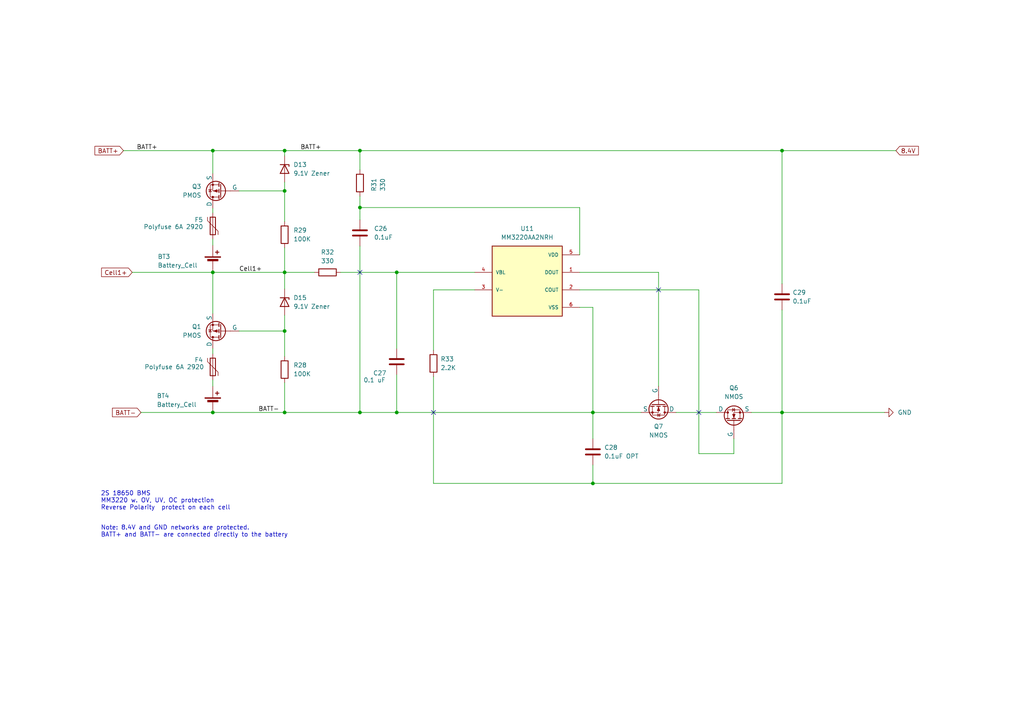
<source format=kicad_sch>
(kicad_sch (version 20230121) (generator eeschema)
  (paper "A4")
  (lib_symbols
    (symbol "Device:Battery_Cell" (pin_numbers hide) (pin_names (offset 0) hide)
      (property "Reference" "BT" (at 2.54 2.54 0))
      (property "Value" "Battery_Cell" (at 2.54 0 0))
      (symbol "Battery_Cell_0_1"
        (rectangle (start -2.286 1.778) (end 2.286 1.524) (fill (type outline)))
        (rectangle (start -1.524 1.016) (end 1.524 0.508) (fill (type outline)))
        (polyline (pts (xy 0 0.762) (xy 0 0)))
        (polyline (pts (xy 0 1.778) (xy 0 2.54)))
        (polyline (pts (xy 0.762 3.048) (xy 1.778 3.048)) (stroke (width 0.254)))
        (polyline (pts (xy 1.27 3.556) (xy 1.27 2.54)) (stroke (width 0.254)))
      )
      (symbol "Battery_Cell_1_1"
        (pin passive line (at 0 5.08 270) (length 2.54) (name "+") (number "1"))
        (pin passive line (at 0 -2.54 90) (length 2.54) (name "-") (number "2"))
      )
    )
    (symbol "Device:C" (pin_numbers hide) (pin_names (offset 0.254))
      (property "Reference" "C" (at 0.635 2.54 0))
      (property "Value" "C" (at 0.635 -2.54 0))
      (symbol "C_0_1"
        (polyline (pts (xy -2.032 -0.762) (xy 2.032 -0.762)) (stroke (width 0.508)))
        (polyline (pts (xy -2.032 0.762) (xy 2.032 0.762)) (stroke (width 0.508)))
      )
      (symbol "C_1_1"
        (pin passive line (at 0 3.81 270) (length 2.794) (name "~") (number "1"))
        (pin passive line (at 0 -3.81 90) (length 2.794) (name "~") (number "2"))
      )
    )
    (symbol "Device:D_Zener" (pin_numbers hide) (pin_names (offset 1.016) hide)
      (property "Reference" "D" (at 0 2.54 0))
      (property "Value" "D_Zener" (at 0 -2.54 0))
      (symbol "D_Zener_0_1"
        (polyline (pts (xy 1.27 0) (xy -1.27 0)))
        (polyline (pts (xy -1.27 -1.27) (xy -1.27 1.27) (xy -0.762 1.27)) (stroke (width 0.254)))
        (polyline (pts (xy 1.27 -1.27) (xy 1.27 1.27) (xy -1.27 0) (xy 1.27 -1.27)) (stroke (width 0.254)))
      )
      (symbol "D_Zener_1_1"
        (pin passive line (at -3.81 0 0) (length 2.54) (name "K") (number "1"))
        (pin passive line (at 3.81 0 180) (length 2.54) (name "A") (number "2"))
      )
    )
    (symbol "Device:Polyfuse" (pin_numbers hide) (pin_names (offset 0))
      (property "Reference" "F" (at -2.54 0 90))
      (property "Value" "Polyfuse" (at 2.54 0 90))
      (symbol "Polyfuse_0_1"
        (rectangle (start -0.762 2.54) (end 0.762 -2.54) (stroke (width 0.254)))
        (polyline (pts (xy 0 2.54) (xy 0 -2.54)))
        (polyline (pts (xy -1.524 2.54) (xy -1.524 1.524) (xy 1.524 -1.524) (xy 1.524 -2.54)))
      )
      (symbol "Polyfuse_1_1"
        (pin passive line (at 0 3.81 270) (length 1.27) (name "~") (number "1"))
        (pin passive line (at 0 -3.81 90) (length 1.27) (name "~") (number "2"))
      )
    )
    (symbol "Device:R" (pin_numbers hide) (pin_names (offset 0))
      (property "Reference" "R" (at 2.032 0 90))
      (property "Value" "R" (at 0 0 90))
      (symbol "R_0_1"
        (rectangle (start -1.016 -2.54) (end 1.016 2.54) (stroke (width 0.254)))
      )
      (symbol "R_1_1"
        (pin passive line (at 0 3.81 270) (length 1.27) (name "~") (number "1"))
        (pin passive line (at 0 -3.81 90) (length 1.27) (name "~") (number "2"))
      )
    )
    (symbol "MM3220AA2NRH:MM3220AA2NRH" (pin_names (offset 1.016))
      (property "Reference" "U" (at -10.16 10.922 0))
      (property "Value" "MM3220AA2NRH" (at -10.16 -12.7 0))
      (symbol "MM3220AA2NRH_0_0"
        (rectangle (start -10.16 -10.16) (end 10.16 10.16) (stroke (width 0.254)) (fill (type background)))
        (pin output line (at 15.24 2.54 180) (length 5.08) (name "DOUT") (number "1"))
        (pin output line (at 15.24 -2.54 180) (length 5.08) (name "COUT") (number "2"))
        (pin input line (at -15.24 -2.54 0) (length 5.08) (name "V-") (number "3"))
        (pin input line (at -15.24 2.54 0) (length 5.08) (name "VBL") (number "4"))
        (pin power_in line (at 15.24 7.62 180) (length 5.08) (name "VDD") (number "5"))
        (pin power_in line (at 15.24 -7.62 180) (length 5.08) (name "VSS") (number "6"))
      )
    )
    (symbol "Simulation_SPICE:NMOS" (pin_numbers hide) (pin_names (offset 0))
      (property "Reference" "Q" (at 5.08 1.27 0))
      (property "Value" "NMOS" (at 5.08 -1.27 0))
      (symbol "NMOS_0_1"
        (polyline (pts (xy 0.254 0) (xy -2.54 0)))
        (polyline (pts (xy 0.254 1.905) (xy 0.254 -1.905)) (stroke (width 0.254)))
        (polyline (pts (xy 0.762 -1.27) (xy 0.762 -2.286)) (stroke (width 0.254)))
        (polyline (pts (xy 0.762 0.508) (xy 0.762 -0.508)) (stroke (width 0.254)))
        (polyline (pts (xy 0.762 2.286) (xy 0.762 1.27)) (stroke (width 0.254)))
        (polyline (pts (xy 2.54 2.54) (xy 2.54 1.778)))
        (polyline (pts (xy 2.54 -2.54) (xy 2.54 0) (xy 0.762 0)))
        (polyline (pts (xy 0.762 -1.778) (xy 3.302 -1.778) (xy 3.302 1.778) (xy 0.762 1.778)))
        (polyline (pts (xy 1.016 0) (xy 2.032 0.381) (xy 2.032 -0.381) (xy 1.016 0)) (fill (type outline)))
        (polyline (pts (xy 2.794 0.508) (xy 2.921 0.381) (xy 3.683 0.381) (xy 3.81 0.254)))
        (polyline (pts (xy 3.302 0.381) (xy 2.921 -0.254) (xy 3.683 -0.254) (xy 3.302 0.381)))
        (circle (center 1.651 0) (radius 2.794) (stroke (width 0.254)))
        (circle (center 2.54 -1.778) (radius 0.254) (fill (type outline)))
        (circle (center 2.54 1.778) (radius 0.254) (fill (type outline)))
      )
      (symbol "NMOS_1_1"
        (pin passive line (at 2.54 5.08 270) (length 2.54) (name "D") (number "1"))
        (pin input line (at -5.08 0 0) (length 2.54) (name "G") (number "2"))
        (pin passive line (at 2.54 -5.08 90) (length 2.54) (name "S") (number "3"))
      )
    )
    (symbol "Simulation_SPICE:PMOS" (pin_numbers hide) (pin_names (offset 0))
      (property "Reference" "Q" (at 5.08 1.27 0))
      (property "Value" "PMOS" (at 5.08 -1.27 0))
      (symbol "PMOS_0_1"
        (polyline (pts (xy 0.254 0) (xy -2.54 0)))
        (polyline (pts (xy 0.254 1.905) (xy 0.254 -1.905)) (stroke (width 0.254)))
        (polyline (pts (xy 0.762 -1.27) (xy 0.762 -2.286)) (stroke (width 0.254)))
        (polyline (pts (xy 0.762 0.508) (xy 0.762 -0.508)) (stroke (width 0.254)))
        (polyline (pts (xy 0.762 2.286) (xy 0.762 1.27)) (stroke (width 0.254)))
        (polyline (pts (xy 2.54 2.54) (xy 2.54 1.778)))
        (polyline (pts (xy 2.54 -2.54) (xy 2.54 0) (xy 0.762 0)))
        (polyline (pts (xy 0.762 1.778) (xy 3.302 1.778) (xy 3.302 -1.778) (xy 0.762 -1.778)))
        (polyline (pts (xy 2.286 0) (xy 1.27 0.381) (xy 1.27 -0.381) (xy 2.286 0)) (fill (type outline)))
        (polyline (pts (xy 2.794 -0.508) (xy 2.921 -0.381) (xy 3.683 -0.381) (xy 3.81 -0.254)))
        (polyline (pts (xy 3.302 -0.381) (xy 2.921 0.254) (xy 3.683 0.254) (xy 3.302 -0.381)))
        (circle (center 1.651 0) (radius 2.794) (stroke (width 0.254)))
        (circle (center 2.54 -1.778) (radius 0.254) (fill (type outline)))
        (circle (center 2.54 1.778) (radius 0.254) (fill (type outline)))
      )
      (symbol "PMOS_1_1"
        (pin passive line (at 2.54 5.08 270) (length 2.54) (name "D") (number "1"))
        (pin input line (at -5.08 0 0) (length 2.54) (name "G") (number "2"))
        (pin passive line (at 2.54 -5.08 90) (length 2.54) (name "S") (number "3"))
      )
    )
    (symbol "power:GND" (power) (pin_names (offset 0))
      (property "Value" "GND" (at 0 -3.81 0))
      (symbol "GND_0_1"
        (polyline (pts (xy 0 0) (xy 0 -1.27) (xy 1.27 -1.27) (xy 0 -2.54) (xy -1.27 -1.27) (xy 0 -1.27)))
      )
      (symbol "GND_1_1"
        (pin power_in line (at 0 0 270) (length 0) hide (name "GND") (number "1"))
      )
    )
  )
  (junction (at 82.55 55.372))
  (junction (at 226.822 119.634))
  (junction (at 115.062 119.634))
  (junction (at 171.958 119.634))
  (junction (at 82.55 43.688))
  (junction (at 61.722 119.634))
  (junction (at 82.55 96.012))
  (junction (at 82.55 119.634))
  (junction (at 171.958 140.208))
  (junction (at 115.062 78.994))
  (junction (at 82.55 78.994))
  (junction (at 104.394 60.198))
  (junction (at 226.822 43.688))
  (junction (at 61.722 43.688))
  (junction (at 104.394 119.634))
  (junction (at 104.394 43.688))
  (junction (at 61.722 78.994))
  (no_connect (at 104.394 78.994))
  (no_connect (at 191.008 84.074))
  (no_connect (at 202.692 119.634))
  (no_connect (at 125.73 119.634))
  (wire (pts (xy 202.692 131.572) (xy 202.692 84.074)))
  (wire (pts (xy 171.958 89.154) (xy 171.958 119.634)))
  (wire (pts (xy 82.55 91.44) (xy 82.55 96.012)))
  (wire (pts (xy 226.822 119.634) (xy 226.822 140.208)))
  (wire (pts (xy 82.55 119.634) (xy 104.394 119.634)))
  (wire (pts (xy 61.722 78.994) (xy 82.55 78.994)))
  (wire (pts (xy 125.73 84.074) (xy 125.73 101.6)))
  (wire (pts (xy 196.088 119.634) (xy 207.772 119.634)))
  (wire (pts (xy 171.958 127.254) (xy 171.958 119.634)))
  (wire (pts (xy 104.394 43.688) (xy 226.822 43.688)))
  (wire (pts (xy 69.342 55.372) (xy 82.55 55.372)))
  (wire (pts (xy 125.73 109.22) (xy 125.73 140.208)))
  (wire (pts (xy 115.062 78.994) (xy 98.806 78.994)))
  (wire (pts (xy 125.73 140.208) (xy 171.958 140.208)))
  (wire (pts (xy 171.958 134.874) (xy 171.958 140.208)))
  (wire (pts (xy 61.722 43.688) (xy 82.55 43.688)))
  (wire (pts (xy 104.394 49.276) (xy 104.394 43.688)))
  (wire (pts (xy 82.55 52.832) (xy 82.55 55.372)))
  (wire (pts (xy 35.814 43.688) (xy 61.722 43.688)))
  (wire (pts (xy 168.148 84.074) (xy 202.692 84.074)))
  (wire (pts (xy 82.55 43.688) (xy 104.394 43.688)))
  (wire (pts (xy 168.148 78.994) (xy 191.008 78.994)))
  (wire (pts (xy 82.55 78.994) (xy 91.186 78.994)))
  (wire (pts (xy 226.822 43.688) (xy 259.842 43.688)))
  (wire (pts (xy 69.342 96.012) (xy 82.55 96.012)))
  (wire (pts (xy 212.852 127.254) (xy 212.852 131.572)))
  (wire (pts (xy 61.722 110.236) (xy 61.722 112.014)))
  (wire (pts (xy 104.394 60.198) (xy 168.148 60.198)))
  (wire (pts (xy 104.394 56.896) (xy 104.394 60.198)))
  (wire (pts (xy 82.55 110.998) (xy 82.55 119.634)))
  (wire (pts (xy 104.394 63.754) (xy 104.394 60.198)))
  (wire (pts (xy 226.822 43.688) (xy 226.822 82.296)))
  (wire (pts (xy 61.722 78.74) (xy 61.722 78.994)))
  (wire (pts (xy 104.394 71.374) (xy 104.394 119.634)))
  (wire (pts (xy 61.722 119.634) (xy 40.894 119.634)))
  (wire (pts (xy 61.722 78.994) (xy 61.722 90.932)))
  (wire (pts (xy 61.722 119.634) (xy 82.55 119.634)))
  (wire (pts (xy 226.822 119.634) (xy 256.54 119.634)))
  (wire (pts (xy 115.062 119.634) (xy 171.958 119.634)))
  (wire (pts (xy 168.148 89.154) (xy 171.958 89.154)))
  (wire (pts (xy 82.55 71.882) (xy 82.55 78.994)))
  (wire (pts (xy 82.55 43.688) (xy 82.55 45.212)))
  (wire (pts (xy 171.958 119.634) (xy 185.928 119.634)))
  (wire (pts (xy 104.394 119.634) (xy 115.062 119.634)))
  (wire (pts (xy 115.062 78.994) (xy 115.062 101.092)))
  (wire (pts (xy 61.722 69.342) (xy 61.722 71.12)))
  (wire (pts (xy 168.148 73.914) (xy 168.148 60.198)))
  (wire (pts (xy 137.668 84.074) (xy 125.73 84.074)))
  (wire (pts (xy 115.062 108.712) (xy 115.062 119.634)))
  (wire (pts (xy 61.722 60.452) (xy 61.722 61.722)))
  (wire (pts (xy 226.822 89.916) (xy 226.822 119.634)))
  (wire (pts (xy 61.722 101.092) (xy 61.722 102.616)))
  (wire (pts (xy 191.008 78.994) (xy 191.008 112.014)))
  (wire (pts (xy 212.852 131.572) (xy 202.692 131.572)))
  (wire (pts (xy 38.354 78.994) (xy 61.722 78.994)))
  (wire (pts (xy 217.932 119.634) (xy 226.822 119.634)))
  (wire (pts (xy 61.722 50.292) (xy 61.722 43.688)))
  (wire (pts (xy 171.958 140.208) (xy 226.822 140.208)))
  (wire (pts (xy 82.55 96.012) (xy 82.55 103.378)))
  (wire (pts (xy 115.062 78.994) (xy 137.668 78.994)))
  (wire (pts (xy 82.55 55.372) (xy 82.55 64.262)))
  (wire (pts (xy 82.55 78.994) (xy 82.55 83.82)))
  (text "2S 18650 BMS\nMM3220 w. OV, UV, OC protection\nReverse Polarity  protect on each cell\n\n" (at 29.21 150.114 0) (effects (font (size 1.27 1.27)) (justify left bottom)))
  (text "Note: 8.4V and GND networks are protected.\nBATT+ and BATT- are connected directly to the battery" (at 29.21 155.956 0) (effects (font (size 1.27 1.27)) (justify left bottom)))
  (label "Cell1+" (at 69.342 78.994 0))
  (label "BATT-" (at 74.93 119.634 0))
  (label "BATT+" (at 39.624 43.688 0))
  (label "BATT+" (at 87.122 43.688 0))
  (global_label "8.4V" (shape input) (at 259.842 43.688 0) (property "Intersheetrefs" "${INTERSHEET_REFS}" (effects hide)))
  (global_label "BATT-" (shape input) (at 40.894 119.634 180) (property "Intersheetrefs" "${INTERSHEET_REFS}" (effects hide)))
  (global_label "BATT+" (shape input) (at 35.814 43.688 180) (property "Intersheetrefs" "${INTERSHEET_REFS}" (effects hide)))
  (global_label "Cell1+" (shape input) (at 38.354 78.994 180) (property "Intersheetrefs" "${INTERSHEET_REFS}" (effects hide)))
  (symbol (lib_id "Device:C") (at 115.062 104.902 0) (unit 1)
    (property "Reference" "C27" (at 108.204 108.204 0) (effects (justify left)))
    (property "Value" "0.1 uF" (at 105.41 110.236 0) (effects (justify left)))
    (property "Footprint" "Capacitor_SMD:C_0603_1608Metric_Pad1.08x0.95mm_HandSolder" (effects hide))
  )
  (symbol (lib_id "Device:R") (at 94.996 78.994 90) (unit 1)
    (property "Reference" "R32" (at 94.996 73.152 90))
    (property "Value" "330" (at 94.996 75.692 90))
    (property "Footprint" "Resistor_SMD:R_0603_1608Metric" (effects hide))
  )
  (symbol (lib_id "Device:Polyfuse") (at 61.722 65.532 0) (unit 1)
    (property "Reference" "F5" (at 57.658 63.754 0))
    (property "Value" "Polyfuse 6A 2920" (at 50.292 65.786 0))
    (property "Footprint" "Fuse:Fuse_2920_7451Metric_Pad2.10x5.45mm_HandSolder" (effects hide))
  )
  (symbol (lib_id "Device:Battery_Cell") (at 61.722 76.2 0) (unit 1)
    (property "Reference" "BT3" (at 45.72 74.422 0) (effects (justify left)))
    (property "Value" "Battery_Cell" (at 45.72 76.962 0) (effects (justify left)))
    (property "Footprint" "254:BAT_254" (effects hide))
  )
  (symbol (lib_id "Device:R") (at 82.55 107.188 0) (unit 1)
    (property "Reference" "R28" (at 85.09 105.918 0) (effects (justify left)))
    (property "Value" "100K" (at 85.09 108.458 0) (effects (justify left)))
    (property "Footprint" "Resistor_SMD:R_0603_1608Metric" (effects hide))
  )
  (symbol (lib_id "Simulation_SPICE:PMOS") (at 64.262 96.012 180) (unit 1)
    (property "Reference" "Q1" (at 58.42 94.742 0) (effects (justify left)))
    (property "Value" "PMOS" (at 58.42 97.282 0) (effects (justify left)))
    (property "Footprint" "FET - SI4435FDY:SO-8_VIS" (effects hide))
    (property "Datasheet" "https://ngspice.sourceforge.io/docs/ngspice-manual.pdf" (effects hide))
    (property "Sim.Device" "PMOS" (effects hide))
    (property "Sim.Type" "VDMOS" (effects hide))
    (property "Sim.Pins" "1=D 2=G 3=S" (effects hide))
  )
  (symbol (lib_id "Device:Polyfuse") (at 61.722 106.426 0) (unit 1)
    (property "Reference" "F4" (at 57.658 104.394 0))
    (property "Value" "Polyfuse 6A 2920" (at 50.546 106.426 0))
    (property "Footprint" "Fuse:Fuse_2920_7451Metric_Pad2.10x5.45mm_HandSolder" (effects hide))
  )
  (symbol (lib_id "Device:Battery_Cell") (at 61.722 117.094 0) (unit 1)
    (property "Reference" "BT4" (at 45.466 114.808 0) (effects (justify left)))
    (property "Value" "Battery_Cell" (at 45.466 117.348 0) (effects (justify left)))
    (property "Footprint" "254:BAT_254" (effects hide))
  )
  (symbol (lib_id "Simulation_SPICE:PMOS") (at 64.262 55.372 180) (unit 1)
    (property "Reference" "Q3" (at 58.42 54.102 0) (effects (justify left)))
    (property "Value" "PMOS" (at 58.42 56.642 0) (effects (justify left)))
    (property "Footprint" "FET - SI4435FDY:SO-8_VIS" (effects hide))
    (property "Datasheet" "https://ngspice.sourceforge.io/docs/ngspice-manual.pdf" (effects hide))
    (property "Sim.Device" "PMOS" (effects hide))
    (property "Sim.Type" "VDMOS" (effects hide))
    (property "Sim.Pins" "1=D 2=G 3=S" (effects hide))
  )
  (symbol (lib_id "Device:R") (at 82.55 68.072 0) (unit 1)
    (property "Reference" "R29" (at 85.09 66.802 0) (effects (justify left)))
    (property "Value" "100K" (at 85.09 69.342 0) (effects (justify left)))
    (property "Footprint" "Resistor_SMD:R_0603_1608Metric" (effects hide))
  )
  (symbol (lib_id "Device:D_Zener") (at 82.55 49.022 270) (unit 1)
    (property "Reference" "D13" (at 85.09 47.752 90) (effects (justify left)))
    (property "Value" "9.1V Zener" (at 85.09 50.292 90) (effects (justify left)))
    (property "Footprint" "Diode_SMD:D_MiniMELF_Handsoldering" (effects hide))
  )
  (symbol (lib_id "Device:C") (at 226.822 86.106 0) (unit 1)
    (property "Reference" "C29" (at 229.87 84.836 0) (effects (justify left)))
    (property "Value" "0.1uF" (at 229.87 87.376 0) (effects (justify left)))
    (property "Footprint" "Capacitor_SMD:C_0603_1608Metric_Pad1.08x0.95mm_HandSolder" (effects hide))
  )
  (symbol (lib_id "Simulation_SPICE:NMOS") (at 212.852 122.174 90) (unit 1)
    (property "Reference" "Q6" (at 212.852 112.522 90))
    (property "Value" "NMOS" (at 212.852 115.062 90))
    (property "Footprint" "FET - AOSP36326C:SOIC127P490X600X175-8N" (effects hide))
    (property "Datasheet" "https://ngspice.sourceforge.io/docs/ngspice-manual.pdf" (effects hide))
    (property "Sim.Device" "NMOS" (effects hide))
    (property "Sim.Type" "VDMOS" (effects hide))
    (property "Sim.Pins" "1=D 2=G 3=S" (effects hide))
  )
  (symbol (lib_id "power:GND") (at 256.54 119.634 90) (unit 1)
    (property "Reference" "#PWR043" (effects hide))
    (property "Value" "GND" (at 260.35 119.634 90) (effects (justify right)))
  )
  (symbol (lib_id "Device:C") (at 171.958 131.064 180) (unit 1)
    (property "Reference" "C28" (at 175.26 129.794 0) (effects (justify right)))
    (property "Value" "0.1uF OPT" (at 175.26 132.334 0) (effects (justify right)))
    (property "Footprint" "Capacitor_SMD:C_0603_1608Metric_Pad1.08x0.95mm_HandSolder" (effects hide))
  )
  (symbol (lib_id "MM3220AA2NRH:MM3220AA2NRH") (at 152.908 81.534 0) (unit 1)
    (property "Reference" "U11" (at 152.908 66.294 0))
    (property "Value" "MM3220AA2NRH" (at 152.908 68.834 0))
    (property "Footprint" "MM3220AA2NRH:IC_MM3220AA2NRH" (effects hide))
    (property "MF" "Mitsumi Electric Company Ltd" (effects hide))
    (property "MAXIMUM_PACKAGE_HEIGHT" "1.4 mm" (effects hide))
    (property "Package" "None" (effects hide))
    (property "Price" "None" (effects hide))
    (property "Check_prices" "https://www.snapeda.com/parts/MM3220AA2NRH/Mitsumi/view-part/?ref=eda" (effects hide))
    (property "STANDARD" "Manufacturer Recommendations" (effects hide))
    (property "PARTREV" "0" (effects hide))
    (property "SnapEDA_Link" "https://www.snapeda.com/parts/MM3220AA2NRH/Mitsumi/view-part/?ref=snap" (effects hide))
    (property "MP" "MM3220AA2NRH" (effects hide))
    (property "Description" "\n                        \n                            Battery Battery Protection IC Lithium Ion/Polymer SOT-26A\n                        \n" (effects hide))
    (property "MANUFACTURER" "Mitsumi" (effects hide))
    (property "Availability" "In Stock" (effects hide))
    (property "SNAPEDA_PN" "MM3220AA2NRH" (effects hide))
  )
  (symbol (lib_id "Device:C") (at 104.394 67.564 180) (unit 1)
    (property "Reference" "C26" (at 108.458 66.294 0) (effects (justify right)))
    (property "Value" "0.1uF" (at 108.458 68.834 0) (effects (justify right)))
    (property "Footprint" "Capacitor_SMD:C_0603_1608Metric_Pad1.08x0.95mm_HandSolder" (effects hide))
  )
  (symbol (lib_id "Device:D_Zener") (at 82.55 87.63 270) (unit 1)
    (property "Reference" "D15" (at 85.09 86.36 90) (effects (justify left)))
    (property "Value" "9.1V Zener" (at 85.09 88.9 90) (effects (justify left)))
    (property "Footprint" "Diode_SMD:D_MiniMELF_Handsoldering" (effects hide))
  )
  (symbol (lib_id "Device:R") (at 104.394 53.086 180) (unit 1)
    (property "Reference" "R31" (at 108.458 53.594 90))
    (property "Value" "330" (at 110.998 53.594 90))
    (property "Footprint" "Resistor_SMD:R_0603_1608Metric" (effects hide))
  )
  (symbol (lib_id "Simulation_SPICE:NMOS") (at 191.008 117.094 270) (unit 1)
    (property "Reference" "Q7" (at 191.008 123.698 90))
    (property "Value" "NMOS" (at 191.008 126.238 90))
    (property "Footprint" "FET - AOSP36326C:SOIC127P490X600X175-8N" (effects hide))
    (property "Datasheet" "https://ngspice.sourceforge.io/docs/ngspice-manual.pdf" (effects hide))
    (property "Sim.Device" "NMOS" (effects hide))
    (property "Sim.Type" "VDMOS" (effects hide))
    (property "Sim.Pins" "1=D 2=G 3=S" (effects hide))
  )
  (symbol (lib_id "Device:R") (at 125.73 105.41 0) (unit 1)
    (property "Reference" "R33" (at 127.762 104.14 0) (effects (justify left)))
    (property "Value" "2.2K" (at 127.762 106.68 0) (effects (justify left)))
    (property "Footprint" "Resistor_SMD:R_0603_1608Metric" (effects hide))
  )
)
</source>
